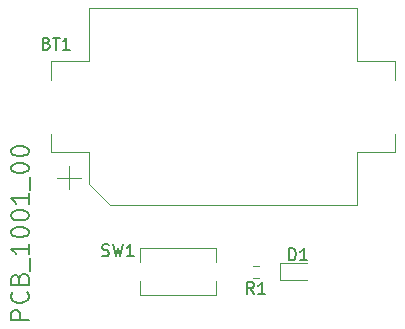
<source format=gbr>
%TF.GenerationSoftware,KiCad,Pcbnew,8.0.5*%
%TF.CreationDate,2025-03-26T13:41:29+00:00*%
%TF.ProjectId,PCB_1001_00,5043425f-3130-4303-915f-30302e6b6963,rev?*%
%TF.SameCoordinates,Original*%
%TF.FileFunction,Legend,Top*%
%TF.FilePolarity,Positive*%
%FSLAX46Y46*%
G04 Gerber Fmt 4.6, Leading zero omitted, Abs format (unit mm)*
G04 Created by KiCad (PCBNEW 8.0.5) date 2025-03-26 13:41:29*
%MOMM*%
%LPD*%
G01*
G04 APERTURE LIST*
%ADD10C,0.200000*%
%ADD11C,0.150000*%
%ADD12C,0.120000*%
G04 APERTURE END LIST*
D10*
X126298028Y-108477279D02*
X124798028Y-108477279D01*
X124798028Y-108477279D02*
X124798028Y-107905850D01*
X124798028Y-107905850D02*
X124869457Y-107762993D01*
X124869457Y-107762993D02*
X124940885Y-107691564D01*
X124940885Y-107691564D02*
X125083742Y-107620136D01*
X125083742Y-107620136D02*
X125298028Y-107620136D01*
X125298028Y-107620136D02*
X125440885Y-107691564D01*
X125440885Y-107691564D02*
X125512314Y-107762993D01*
X125512314Y-107762993D02*
X125583742Y-107905850D01*
X125583742Y-107905850D02*
X125583742Y-108477279D01*
X126155171Y-106120136D02*
X126226600Y-106191564D01*
X126226600Y-106191564D02*
X126298028Y-106405850D01*
X126298028Y-106405850D02*
X126298028Y-106548707D01*
X126298028Y-106548707D02*
X126226600Y-106762993D01*
X126226600Y-106762993D02*
X126083742Y-106905850D01*
X126083742Y-106905850D02*
X125940885Y-106977279D01*
X125940885Y-106977279D02*
X125655171Y-107048707D01*
X125655171Y-107048707D02*
X125440885Y-107048707D01*
X125440885Y-107048707D02*
X125155171Y-106977279D01*
X125155171Y-106977279D02*
X125012314Y-106905850D01*
X125012314Y-106905850D02*
X124869457Y-106762993D01*
X124869457Y-106762993D02*
X124798028Y-106548707D01*
X124798028Y-106548707D02*
X124798028Y-106405850D01*
X124798028Y-106405850D02*
X124869457Y-106191564D01*
X124869457Y-106191564D02*
X124940885Y-106120136D01*
X125512314Y-104977279D02*
X125583742Y-104762993D01*
X125583742Y-104762993D02*
X125655171Y-104691564D01*
X125655171Y-104691564D02*
X125798028Y-104620136D01*
X125798028Y-104620136D02*
X126012314Y-104620136D01*
X126012314Y-104620136D02*
X126155171Y-104691564D01*
X126155171Y-104691564D02*
X126226600Y-104762993D01*
X126226600Y-104762993D02*
X126298028Y-104905850D01*
X126298028Y-104905850D02*
X126298028Y-105477279D01*
X126298028Y-105477279D02*
X124798028Y-105477279D01*
X124798028Y-105477279D02*
X124798028Y-104977279D01*
X124798028Y-104977279D02*
X124869457Y-104834422D01*
X124869457Y-104834422D02*
X124940885Y-104762993D01*
X124940885Y-104762993D02*
X125083742Y-104691564D01*
X125083742Y-104691564D02*
X125226600Y-104691564D01*
X125226600Y-104691564D02*
X125369457Y-104762993D01*
X125369457Y-104762993D02*
X125440885Y-104834422D01*
X125440885Y-104834422D02*
X125512314Y-104977279D01*
X125512314Y-104977279D02*
X125512314Y-105477279D01*
X126440885Y-104334422D02*
X126440885Y-103191564D01*
X126298028Y-102048707D02*
X126298028Y-102905850D01*
X126298028Y-102477279D02*
X124798028Y-102477279D01*
X124798028Y-102477279D02*
X125012314Y-102620136D01*
X125012314Y-102620136D02*
X125155171Y-102762993D01*
X125155171Y-102762993D02*
X125226600Y-102905850D01*
X124798028Y-101120136D02*
X124798028Y-100977279D01*
X124798028Y-100977279D02*
X124869457Y-100834422D01*
X124869457Y-100834422D02*
X124940885Y-100762994D01*
X124940885Y-100762994D02*
X125083742Y-100691565D01*
X125083742Y-100691565D02*
X125369457Y-100620136D01*
X125369457Y-100620136D02*
X125726600Y-100620136D01*
X125726600Y-100620136D02*
X126012314Y-100691565D01*
X126012314Y-100691565D02*
X126155171Y-100762994D01*
X126155171Y-100762994D02*
X126226600Y-100834422D01*
X126226600Y-100834422D02*
X126298028Y-100977279D01*
X126298028Y-100977279D02*
X126298028Y-101120136D01*
X126298028Y-101120136D02*
X126226600Y-101262994D01*
X126226600Y-101262994D02*
X126155171Y-101334422D01*
X126155171Y-101334422D02*
X126012314Y-101405851D01*
X126012314Y-101405851D02*
X125726600Y-101477279D01*
X125726600Y-101477279D02*
X125369457Y-101477279D01*
X125369457Y-101477279D02*
X125083742Y-101405851D01*
X125083742Y-101405851D02*
X124940885Y-101334422D01*
X124940885Y-101334422D02*
X124869457Y-101262994D01*
X124869457Y-101262994D02*
X124798028Y-101120136D01*
X124798028Y-99691565D02*
X124798028Y-99548708D01*
X124798028Y-99548708D02*
X124869457Y-99405851D01*
X124869457Y-99405851D02*
X124940885Y-99334423D01*
X124940885Y-99334423D02*
X125083742Y-99262994D01*
X125083742Y-99262994D02*
X125369457Y-99191565D01*
X125369457Y-99191565D02*
X125726600Y-99191565D01*
X125726600Y-99191565D02*
X126012314Y-99262994D01*
X126012314Y-99262994D02*
X126155171Y-99334423D01*
X126155171Y-99334423D02*
X126226600Y-99405851D01*
X126226600Y-99405851D02*
X126298028Y-99548708D01*
X126298028Y-99548708D02*
X126298028Y-99691565D01*
X126298028Y-99691565D02*
X126226600Y-99834423D01*
X126226600Y-99834423D02*
X126155171Y-99905851D01*
X126155171Y-99905851D02*
X126012314Y-99977280D01*
X126012314Y-99977280D02*
X125726600Y-100048708D01*
X125726600Y-100048708D02*
X125369457Y-100048708D01*
X125369457Y-100048708D02*
X125083742Y-99977280D01*
X125083742Y-99977280D02*
X124940885Y-99905851D01*
X124940885Y-99905851D02*
X124869457Y-99834423D01*
X124869457Y-99834423D02*
X124798028Y-99691565D01*
X126298028Y-97762994D02*
X126298028Y-98620137D01*
X126298028Y-98191566D02*
X124798028Y-98191566D01*
X124798028Y-98191566D02*
X125012314Y-98334423D01*
X125012314Y-98334423D02*
X125155171Y-98477280D01*
X125155171Y-98477280D02*
X125226600Y-98620137D01*
X126440885Y-97477281D02*
X126440885Y-96334423D01*
X124798028Y-95691566D02*
X124798028Y-95548709D01*
X124798028Y-95548709D02*
X124869457Y-95405852D01*
X124869457Y-95405852D02*
X124940885Y-95334424D01*
X124940885Y-95334424D02*
X125083742Y-95262995D01*
X125083742Y-95262995D02*
X125369457Y-95191566D01*
X125369457Y-95191566D02*
X125726600Y-95191566D01*
X125726600Y-95191566D02*
X126012314Y-95262995D01*
X126012314Y-95262995D02*
X126155171Y-95334424D01*
X126155171Y-95334424D02*
X126226600Y-95405852D01*
X126226600Y-95405852D02*
X126298028Y-95548709D01*
X126298028Y-95548709D02*
X126298028Y-95691566D01*
X126298028Y-95691566D02*
X126226600Y-95834424D01*
X126226600Y-95834424D02*
X126155171Y-95905852D01*
X126155171Y-95905852D02*
X126012314Y-95977281D01*
X126012314Y-95977281D02*
X125726600Y-96048709D01*
X125726600Y-96048709D02*
X125369457Y-96048709D01*
X125369457Y-96048709D02*
X125083742Y-95977281D01*
X125083742Y-95977281D02*
X124940885Y-95905852D01*
X124940885Y-95905852D02*
X124869457Y-95834424D01*
X124869457Y-95834424D02*
X124798028Y-95691566D01*
X124798028Y-94262995D02*
X124798028Y-94120138D01*
X124798028Y-94120138D02*
X124869457Y-93977281D01*
X124869457Y-93977281D02*
X124940885Y-93905853D01*
X124940885Y-93905853D02*
X125083742Y-93834424D01*
X125083742Y-93834424D02*
X125369457Y-93762995D01*
X125369457Y-93762995D02*
X125726600Y-93762995D01*
X125726600Y-93762995D02*
X126012314Y-93834424D01*
X126012314Y-93834424D02*
X126155171Y-93905853D01*
X126155171Y-93905853D02*
X126226600Y-93977281D01*
X126226600Y-93977281D02*
X126298028Y-94120138D01*
X126298028Y-94120138D02*
X126298028Y-94262995D01*
X126298028Y-94262995D02*
X126226600Y-94405853D01*
X126226600Y-94405853D02*
X126155171Y-94477281D01*
X126155171Y-94477281D02*
X126012314Y-94548710D01*
X126012314Y-94548710D02*
X125726600Y-94620138D01*
X125726600Y-94620138D02*
X125369457Y-94620138D01*
X125369457Y-94620138D02*
X125083742Y-94548710D01*
X125083742Y-94548710D02*
X124940885Y-94477281D01*
X124940885Y-94477281D02*
X124869457Y-94405853D01*
X124869457Y-94405853D02*
X124798028Y-94262995D01*
D11*
X148359905Y-103418819D02*
X148359905Y-102418819D01*
X148359905Y-102418819D02*
X148598000Y-102418819D01*
X148598000Y-102418819D02*
X148740857Y-102466438D01*
X148740857Y-102466438D02*
X148836095Y-102561676D01*
X148836095Y-102561676D02*
X148883714Y-102656914D01*
X148883714Y-102656914D02*
X148931333Y-102847390D01*
X148931333Y-102847390D02*
X148931333Y-102990247D01*
X148931333Y-102990247D02*
X148883714Y-103180723D01*
X148883714Y-103180723D02*
X148836095Y-103275961D01*
X148836095Y-103275961D02*
X148740857Y-103371200D01*
X148740857Y-103371200D02*
X148598000Y-103418819D01*
X148598000Y-103418819D02*
X148359905Y-103418819D01*
X149883714Y-103418819D02*
X149312286Y-103418819D01*
X149598000Y-103418819D02*
X149598000Y-102418819D01*
X149598000Y-102418819D02*
X149502762Y-102561676D01*
X149502762Y-102561676D02*
X149407524Y-102656914D01*
X149407524Y-102656914D02*
X149312286Y-102704533D01*
X127837285Y-85055009D02*
X127980142Y-85102628D01*
X127980142Y-85102628D02*
X128027761Y-85150247D01*
X128027761Y-85150247D02*
X128075380Y-85245485D01*
X128075380Y-85245485D02*
X128075380Y-85388342D01*
X128075380Y-85388342D02*
X128027761Y-85483580D01*
X128027761Y-85483580D02*
X127980142Y-85531200D01*
X127980142Y-85531200D02*
X127884904Y-85578819D01*
X127884904Y-85578819D02*
X127503952Y-85578819D01*
X127503952Y-85578819D02*
X127503952Y-84578819D01*
X127503952Y-84578819D02*
X127837285Y-84578819D01*
X127837285Y-84578819D02*
X127932523Y-84626438D01*
X127932523Y-84626438D02*
X127980142Y-84674057D01*
X127980142Y-84674057D02*
X128027761Y-84769295D01*
X128027761Y-84769295D02*
X128027761Y-84864533D01*
X128027761Y-84864533D02*
X127980142Y-84959771D01*
X127980142Y-84959771D02*
X127932523Y-85007390D01*
X127932523Y-85007390D02*
X127837285Y-85055009D01*
X127837285Y-85055009D02*
X127503952Y-85055009D01*
X128361095Y-84578819D02*
X128932523Y-84578819D01*
X128646809Y-85578819D02*
X128646809Y-84578819D01*
X129789666Y-85578819D02*
X129218238Y-85578819D01*
X129503952Y-85578819D02*
X129503952Y-84578819D01*
X129503952Y-84578819D02*
X129408714Y-84721676D01*
X129408714Y-84721676D02*
X129313476Y-84816914D01*
X129313476Y-84816914D02*
X129218238Y-84864533D01*
X132524667Y-103023200D02*
X132667524Y-103070819D01*
X132667524Y-103070819D02*
X132905619Y-103070819D01*
X132905619Y-103070819D02*
X133000857Y-103023200D01*
X133000857Y-103023200D02*
X133048476Y-102975580D01*
X133048476Y-102975580D02*
X133096095Y-102880342D01*
X133096095Y-102880342D02*
X133096095Y-102785104D01*
X133096095Y-102785104D02*
X133048476Y-102689866D01*
X133048476Y-102689866D02*
X133000857Y-102642247D01*
X133000857Y-102642247D02*
X132905619Y-102594628D01*
X132905619Y-102594628D02*
X132715143Y-102547009D01*
X132715143Y-102547009D02*
X132619905Y-102499390D01*
X132619905Y-102499390D02*
X132572286Y-102451771D01*
X132572286Y-102451771D02*
X132524667Y-102356533D01*
X132524667Y-102356533D02*
X132524667Y-102261295D01*
X132524667Y-102261295D02*
X132572286Y-102166057D01*
X132572286Y-102166057D02*
X132619905Y-102118438D01*
X132619905Y-102118438D02*
X132715143Y-102070819D01*
X132715143Y-102070819D02*
X132953238Y-102070819D01*
X132953238Y-102070819D02*
X133096095Y-102118438D01*
X133429429Y-102070819D02*
X133667524Y-103070819D01*
X133667524Y-103070819D02*
X133858000Y-102356533D01*
X133858000Y-102356533D02*
X134048476Y-103070819D01*
X134048476Y-103070819D02*
X134286572Y-102070819D01*
X135191333Y-103070819D02*
X134619905Y-103070819D01*
X134905619Y-103070819D02*
X134905619Y-102070819D01*
X134905619Y-102070819D02*
X134810381Y-102213676D01*
X134810381Y-102213676D02*
X134715143Y-102308914D01*
X134715143Y-102308914D02*
X134619905Y-102356533D01*
X145375333Y-106278819D02*
X145042000Y-105802628D01*
X144803905Y-106278819D02*
X144803905Y-105278819D01*
X144803905Y-105278819D02*
X145184857Y-105278819D01*
X145184857Y-105278819D02*
X145280095Y-105326438D01*
X145280095Y-105326438D02*
X145327714Y-105374057D01*
X145327714Y-105374057D02*
X145375333Y-105469295D01*
X145375333Y-105469295D02*
X145375333Y-105612152D01*
X145375333Y-105612152D02*
X145327714Y-105707390D01*
X145327714Y-105707390D02*
X145280095Y-105755009D01*
X145280095Y-105755009D02*
X145184857Y-105802628D01*
X145184857Y-105802628D02*
X144803905Y-105802628D01*
X146327714Y-106278819D02*
X145756286Y-106278819D01*
X146042000Y-106278819D02*
X146042000Y-105278819D01*
X146042000Y-105278819D02*
X145946762Y-105421676D01*
X145946762Y-105421676D02*
X145851524Y-105516914D01*
X145851524Y-105516914D02*
X145756286Y-105564533D01*
D12*
%TO.C,D1*%
X147613000Y-103659000D02*
X147613000Y-105129000D01*
X147613000Y-105129000D02*
X149898000Y-105129000D01*
X149898000Y-103659000D02*
X147613000Y-103659000D01*
%TO.C,BT1*%
X128198000Y-86574000D02*
X128198000Y-88124000D01*
X128198000Y-94274000D02*
X128198000Y-92724000D01*
X129748000Y-95424000D02*
X129748000Y-97424000D01*
X130748000Y-96424000D02*
X128748000Y-96424000D01*
X131398000Y-82074000D02*
X131398000Y-86574000D01*
X131398000Y-82074000D02*
X154098000Y-82074000D01*
X131398000Y-86574000D02*
X128198000Y-86574000D01*
X131398000Y-94274000D02*
X128198000Y-94274000D01*
X131398000Y-96974000D02*
X131398000Y-94274000D01*
X133198000Y-98774000D02*
X131398000Y-96974000D01*
X154098000Y-82074000D02*
X154098000Y-86574000D01*
X154098000Y-86574000D02*
X157298000Y-86574000D01*
X154098000Y-94274000D02*
X157298000Y-94274000D01*
X154098000Y-98774000D02*
X133198000Y-98774000D01*
X154098000Y-98774000D02*
X154098000Y-94274000D01*
X157298000Y-86574000D02*
X157298000Y-88124000D01*
X157298000Y-94274000D02*
X157298000Y-92724000D01*
%TO.C,SW1*%
X135738000Y-102394000D02*
X135738000Y-103594000D01*
X135738000Y-105194000D02*
X135738000Y-106394000D01*
X135738000Y-106394000D02*
X142138000Y-106394000D01*
X142138000Y-102394000D02*
X135738000Y-102394000D01*
X142138000Y-103594000D02*
X142138000Y-102394000D01*
X142138000Y-106394000D02*
X142138000Y-105194000D01*
%TO.C,R1*%
X145779258Y-103871500D02*
X145304742Y-103871500D01*
X145779258Y-104916500D02*
X145304742Y-104916500D01*
%TD*%
M02*

</source>
